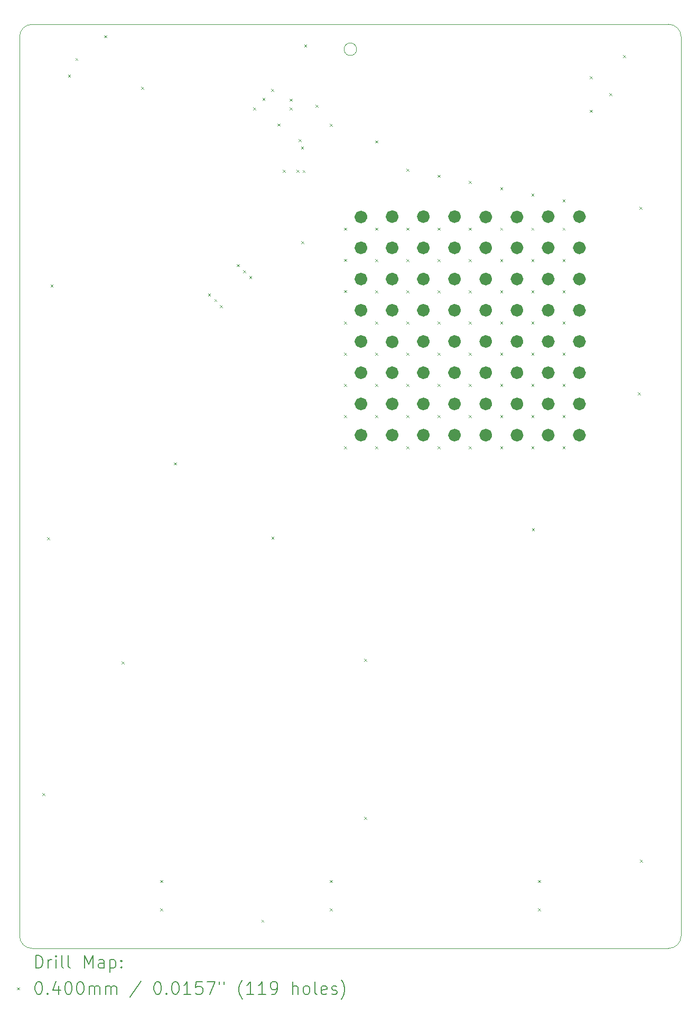
<source format=gbr>
%TF.GenerationSoftware,KiCad,Pcbnew,9.0.4*%
%TF.CreationDate,2025-09-01T02:23:11+01:00*%
%TF.ProjectId,Chirstmas-Card,43686972-7374-46d6-9173-2d436172642e,rev?*%
%TF.SameCoordinates,Original*%
%TF.FileFunction,Drillmap*%
%TF.FilePolarity,Positive*%
%FSLAX45Y45*%
G04 Gerber Fmt 4.5, Leading zero omitted, Abs format (unit mm)*
G04 Created by KiCad (PCBNEW 9.0.4) date 2025-09-01 02:23:11*
%MOMM*%
%LPD*%
G01*
G04 APERTURE LIST*
%ADD10C,0.050000*%
%ADD11C,1.050000*%
%ADD12C,0.200000*%
%ADD13C,0.100000*%
G04 APERTURE END LIST*
D10*
X4200000Y-17800000D02*
G75*
G02*
X4000000Y-17600000I0J200000D01*
G01*
X9400000Y-3400000D02*
G75*
G02*
X9200000Y-3400000I-100000J0D01*
G01*
X9200000Y-3400000D02*
G75*
G02*
X9400000Y-3400000I100000J0D01*
G01*
X4200000Y-3000000D02*
X14400000Y-3000000D01*
X4000000Y-17600000D02*
X4000000Y-3200000D01*
X14400000Y-17800000D02*
X4200000Y-17800000D01*
X14600000Y-17600000D02*
G75*
G02*
X14400000Y-17800000I-200000J0D01*
G01*
X14400000Y-3000000D02*
G75*
G02*
X14600000Y-3200000I0J-200000D01*
G01*
X14600000Y-3200000D02*
X14600000Y-17600000D01*
X4000000Y-3200000D02*
G75*
G02*
X4200000Y-3000000I200000J0D01*
G01*
D11*
X11522500Y-8580000D02*
G75*
G02*
X11417500Y-8580000I-52500J0D01*
G01*
X11417500Y-8580000D02*
G75*
G02*
X11522500Y-8580000I52500J0D01*
G01*
X10022500Y-8580000D02*
G75*
G02*
X9917500Y-8580000I-52500J0D01*
G01*
X9917500Y-8580000D02*
G75*
G02*
X10022500Y-8580000I52500J0D01*
G01*
X11522500Y-9580000D02*
G75*
G02*
X11417500Y-9580000I-52500J0D01*
G01*
X11417500Y-9580000D02*
G75*
G02*
X11522500Y-9580000I52500J0D01*
G01*
X12022500Y-8580000D02*
G75*
G02*
X11917500Y-8580000I-52500J0D01*
G01*
X11917500Y-8580000D02*
G75*
G02*
X12022500Y-8580000I52500J0D01*
G01*
X12022500Y-9080000D02*
G75*
G02*
X11917500Y-9080000I-52500J0D01*
G01*
X11917500Y-9080000D02*
G75*
G02*
X12022500Y-9080000I52500J0D01*
G01*
X11522500Y-6086250D02*
G75*
G02*
X11417500Y-6086250I-52500J0D01*
G01*
X11417500Y-6086250D02*
G75*
G02*
X11522500Y-6086250I52500J0D01*
G01*
X10522500Y-9080000D02*
G75*
G02*
X10417500Y-9080000I-52500J0D01*
G01*
X10417500Y-9080000D02*
G75*
G02*
X10522500Y-9080000I52500J0D01*
G01*
X9522500Y-7080000D02*
G75*
G02*
X9417500Y-7080000I-52500J0D01*
G01*
X9417500Y-7080000D02*
G75*
G02*
X9522500Y-7080000I52500J0D01*
G01*
X12522500Y-6080000D02*
G75*
G02*
X12417500Y-6080000I-52500J0D01*
G01*
X12417500Y-6080000D02*
G75*
G02*
X12522500Y-6080000I52500J0D01*
G01*
X11022500Y-9080000D02*
G75*
G02*
X10917500Y-9080000I-52500J0D01*
G01*
X10917500Y-9080000D02*
G75*
G02*
X11022500Y-9080000I52500J0D01*
G01*
X12522500Y-9580000D02*
G75*
G02*
X12417500Y-9580000I-52500J0D01*
G01*
X12417500Y-9580000D02*
G75*
G02*
X12522500Y-9580000I52500J0D01*
G01*
X13022500Y-8580000D02*
G75*
G02*
X12917500Y-8580000I-52500J0D01*
G01*
X12917500Y-8580000D02*
G75*
G02*
X13022500Y-8580000I52500J0D01*
G01*
X10022500Y-9080000D02*
G75*
G02*
X9917500Y-9080000I-52500J0D01*
G01*
X9917500Y-9080000D02*
G75*
G02*
X10022500Y-9080000I52500J0D01*
G01*
X12522500Y-7580000D02*
G75*
G02*
X12417500Y-7580000I-52500J0D01*
G01*
X12417500Y-7580000D02*
G75*
G02*
X12522500Y-7580000I52500J0D01*
G01*
X13022500Y-8080000D02*
G75*
G02*
X12917500Y-8080000I-52500J0D01*
G01*
X12917500Y-8080000D02*
G75*
G02*
X13022500Y-8080000I52500J0D01*
G01*
X11022500Y-6080000D02*
G75*
G02*
X10917500Y-6080000I-52500J0D01*
G01*
X10917500Y-6080000D02*
G75*
G02*
X11022500Y-6080000I52500J0D01*
G01*
X9522500Y-9080000D02*
G75*
G02*
X9417500Y-9080000I-52500J0D01*
G01*
X9417500Y-9080000D02*
G75*
G02*
X9522500Y-9080000I52500J0D01*
G01*
X10022500Y-8086250D02*
G75*
G02*
X9917500Y-8086250I-52500J0D01*
G01*
X9917500Y-8086250D02*
G75*
G02*
X10022500Y-8086250I52500J0D01*
G01*
X10522500Y-8580000D02*
G75*
G02*
X10417500Y-8580000I-52500J0D01*
G01*
X10417500Y-8580000D02*
G75*
G02*
X10522500Y-8580000I52500J0D01*
G01*
X10522500Y-6080000D02*
G75*
G02*
X10417500Y-6080000I-52500J0D01*
G01*
X10417500Y-6080000D02*
G75*
G02*
X10522500Y-6080000I52500J0D01*
G01*
X11522500Y-6580000D02*
G75*
G02*
X11417500Y-6580000I-52500J0D01*
G01*
X11417500Y-6580000D02*
G75*
G02*
X11522500Y-6580000I52500J0D01*
G01*
X11022500Y-6580000D02*
G75*
G02*
X10917500Y-6580000I-52500J0D01*
G01*
X10917500Y-6580000D02*
G75*
G02*
X11022500Y-6580000I52500J0D01*
G01*
X11022500Y-8580000D02*
G75*
G02*
X10917500Y-8580000I-52500J0D01*
G01*
X10917500Y-8580000D02*
G75*
G02*
X11022500Y-8580000I52500J0D01*
G01*
X9522500Y-7580000D02*
G75*
G02*
X9417500Y-7580000I-52500J0D01*
G01*
X9417500Y-7580000D02*
G75*
G02*
X9522500Y-7580000I52500J0D01*
G01*
X12022500Y-7080000D02*
G75*
G02*
X11917500Y-7080000I-52500J0D01*
G01*
X11917500Y-7080000D02*
G75*
G02*
X12022500Y-7080000I52500J0D01*
G01*
X9522500Y-8580000D02*
G75*
G02*
X9417500Y-8580000I-52500J0D01*
G01*
X9417500Y-8580000D02*
G75*
G02*
X9522500Y-8580000I52500J0D01*
G01*
X9522500Y-8080000D02*
G75*
G02*
X9417500Y-8080000I-52500J0D01*
G01*
X9417500Y-8080000D02*
G75*
G02*
X9522500Y-8080000I52500J0D01*
G01*
X11522500Y-8080000D02*
G75*
G02*
X11417500Y-8080000I-52500J0D01*
G01*
X11417500Y-8080000D02*
G75*
G02*
X11522500Y-8080000I52500J0D01*
G01*
X9522500Y-6580000D02*
G75*
G02*
X9417500Y-6580000I-52500J0D01*
G01*
X9417500Y-6580000D02*
G75*
G02*
X9522500Y-6580000I52500J0D01*
G01*
X10522500Y-7580000D02*
G75*
G02*
X10417500Y-7580000I-52500J0D01*
G01*
X10417500Y-7580000D02*
G75*
G02*
X10522500Y-7580000I52500J0D01*
G01*
X10022500Y-9580000D02*
G75*
G02*
X9917500Y-9580000I-52500J0D01*
G01*
X9917500Y-9580000D02*
G75*
G02*
X10022500Y-9580000I52500J0D01*
G01*
X12022500Y-9580000D02*
G75*
G02*
X11917500Y-9580000I-52500J0D01*
G01*
X11917500Y-9580000D02*
G75*
G02*
X12022500Y-9580000I52500J0D01*
G01*
X12022500Y-6086250D02*
G75*
G02*
X11917500Y-6086250I-52500J0D01*
G01*
X11917500Y-6086250D02*
G75*
G02*
X12022500Y-6086250I52500J0D01*
G01*
X12022500Y-8080000D02*
G75*
G02*
X11917500Y-8080000I-52500J0D01*
G01*
X11917500Y-8080000D02*
G75*
G02*
X12022500Y-8080000I52500J0D01*
G01*
X13022500Y-9580000D02*
G75*
G02*
X12917500Y-9580000I-52500J0D01*
G01*
X12917500Y-9580000D02*
G75*
G02*
X13022500Y-9580000I52500J0D01*
G01*
X13022500Y-6580000D02*
G75*
G02*
X12917500Y-6580000I-52500J0D01*
G01*
X12917500Y-6580000D02*
G75*
G02*
X13022500Y-6580000I52500J0D01*
G01*
X10522500Y-7080000D02*
G75*
G02*
X10417500Y-7080000I-52500J0D01*
G01*
X10417500Y-7080000D02*
G75*
G02*
X10522500Y-7080000I52500J0D01*
G01*
X10522500Y-9580000D02*
G75*
G02*
X10417500Y-9580000I-52500J0D01*
G01*
X10417500Y-9580000D02*
G75*
G02*
X10522500Y-9580000I52500J0D01*
G01*
X10022500Y-7580000D02*
G75*
G02*
X9917500Y-7580000I-52500J0D01*
G01*
X9917500Y-7580000D02*
G75*
G02*
X10022500Y-7580000I52500J0D01*
G01*
X12022500Y-7580000D02*
G75*
G02*
X11917500Y-7580000I-52500J0D01*
G01*
X11917500Y-7580000D02*
G75*
G02*
X12022500Y-7580000I52500J0D01*
G01*
X9522500Y-6086250D02*
G75*
G02*
X9417500Y-6086250I-52500J0D01*
G01*
X9417500Y-6086250D02*
G75*
G02*
X9522500Y-6086250I52500J0D01*
G01*
X12522500Y-8080000D02*
G75*
G02*
X12417500Y-8080000I-52500J0D01*
G01*
X12417500Y-8080000D02*
G75*
G02*
X12522500Y-8080000I52500J0D01*
G01*
X13022500Y-9080000D02*
G75*
G02*
X12917500Y-9080000I-52500J0D01*
G01*
X12917500Y-9080000D02*
G75*
G02*
X13022500Y-9080000I52500J0D01*
G01*
X11022500Y-9580000D02*
G75*
G02*
X10917500Y-9580000I-52500J0D01*
G01*
X10917500Y-9580000D02*
G75*
G02*
X11022500Y-9580000I52500J0D01*
G01*
X9522500Y-9580000D02*
G75*
G02*
X9417500Y-9580000I-52500J0D01*
G01*
X9417500Y-9580000D02*
G75*
G02*
X9522500Y-9580000I52500J0D01*
G01*
X13022500Y-6080000D02*
G75*
G02*
X12917500Y-6080000I-52500J0D01*
G01*
X12917500Y-6080000D02*
G75*
G02*
X13022500Y-6080000I52500J0D01*
G01*
X11522500Y-7580000D02*
G75*
G02*
X11417500Y-7580000I-52500J0D01*
G01*
X11417500Y-7580000D02*
G75*
G02*
X11522500Y-7580000I52500J0D01*
G01*
X11022500Y-7080000D02*
G75*
G02*
X10917500Y-7080000I-52500J0D01*
G01*
X10917500Y-7080000D02*
G75*
G02*
X11022500Y-7080000I52500J0D01*
G01*
X10022500Y-7080000D02*
G75*
G02*
X9917500Y-7080000I-52500J0D01*
G01*
X9917500Y-7080000D02*
G75*
G02*
X10022500Y-7080000I52500J0D01*
G01*
X12022500Y-6580000D02*
G75*
G02*
X11917500Y-6580000I-52500J0D01*
G01*
X11917500Y-6580000D02*
G75*
G02*
X12022500Y-6580000I52500J0D01*
G01*
X11022500Y-8080000D02*
G75*
G02*
X10917500Y-8080000I-52500J0D01*
G01*
X10917500Y-8080000D02*
G75*
G02*
X11022500Y-8080000I52500J0D01*
G01*
X10022500Y-6080000D02*
G75*
G02*
X9917500Y-6080000I-52500J0D01*
G01*
X9917500Y-6080000D02*
G75*
G02*
X10022500Y-6080000I52500J0D01*
G01*
X10522500Y-6580000D02*
G75*
G02*
X10417500Y-6580000I-52500J0D01*
G01*
X10417500Y-6580000D02*
G75*
G02*
X10522500Y-6580000I52500J0D01*
G01*
X10522500Y-8080000D02*
G75*
G02*
X10417500Y-8080000I-52500J0D01*
G01*
X10417500Y-8080000D02*
G75*
G02*
X10522500Y-8080000I52500J0D01*
G01*
X11522500Y-7080000D02*
G75*
G02*
X11417500Y-7080000I-52500J0D01*
G01*
X11417500Y-7080000D02*
G75*
G02*
X11522500Y-7080000I52500J0D01*
G01*
X13022500Y-7580000D02*
G75*
G02*
X12917500Y-7580000I-52500J0D01*
G01*
X12917500Y-7580000D02*
G75*
G02*
X13022500Y-7580000I52500J0D01*
G01*
X12522500Y-8580000D02*
G75*
G02*
X12417500Y-8580000I-52500J0D01*
G01*
X12417500Y-8580000D02*
G75*
G02*
X12522500Y-8580000I52500J0D01*
G01*
X12522500Y-9080000D02*
G75*
G02*
X12417500Y-9080000I-52500J0D01*
G01*
X12417500Y-9080000D02*
G75*
G02*
X12522500Y-9080000I52500J0D01*
G01*
X11022500Y-7580000D02*
G75*
G02*
X10917500Y-7580000I-52500J0D01*
G01*
X10917500Y-7580000D02*
G75*
G02*
X11022500Y-7580000I52500J0D01*
G01*
X10022500Y-6580000D02*
G75*
G02*
X9917500Y-6580000I-52500J0D01*
G01*
X9917500Y-6580000D02*
G75*
G02*
X10022500Y-6580000I52500J0D01*
G01*
X11522500Y-9080000D02*
G75*
G02*
X11417500Y-9080000I-52500J0D01*
G01*
X11417500Y-9080000D02*
G75*
G02*
X11522500Y-9080000I52500J0D01*
G01*
X13022500Y-7080000D02*
G75*
G02*
X12917500Y-7080000I-52500J0D01*
G01*
X12917500Y-7080000D02*
G75*
G02*
X13022500Y-7080000I52500J0D01*
G01*
X12522500Y-7080000D02*
G75*
G02*
X12417500Y-7080000I-52500J0D01*
G01*
X12417500Y-7080000D02*
G75*
G02*
X12522500Y-7080000I52500J0D01*
G01*
X12522500Y-6580000D02*
G75*
G02*
X12417500Y-6580000I-52500J0D01*
G01*
X12417500Y-6580000D02*
G75*
G02*
X12522500Y-6580000I52500J0D01*
G01*
D12*
D13*
X4365000Y-15315000D02*
X4405000Y-15355000D01*
X4405000Y-15315000D02*
X4365000Y-15355000D01*
X4440000Y-11215000D02*
X4480000Y-11255000D01*
X4480000Y-11215000D02*
X4440000Y-11255000D01*
X4495000Y-7165000D02*
X4535000Y-7205000D01*
X4535000Y-7165000D02*
X4495000Y-7205000D01*
X4775000Y-3805000D02*
X4815000Y-3845000D01*
X4815000Y-3805000D02*
X4775000Y-3845000D01*
X4895000Y-3540000D02*
X4935000Y-3580000D01*
X4935000Y-3540000D02*
X4895000Y-3580000D01*
X5355000Y-3175000D02*
X5395000Y-3215000D01*
X5395000Y-3175000D02*
X5355000Y-3215000D01*
X5635000Y-13205000D02*
X5675000Y-13245000D01*
X5675000Y-13205000D02*
X5635000Y-13245000D01*
X5950000Y-4000000D02*
X5990000Y-4040000D01*
X5990000Y-4000000D02*
X5950000Y-4040000D01*
X6250000Y-16705000D02*
X6290000Y-16745000D01*
X6290000Y-16705000D02*
X6250000Y-16745000D01*
X6250000Y-17155000D02*
X6290000Y-17195000D01*
X6290000Y-17155000D02*
X6250000Y-17195000D01*
X6475000Y-10015000D02*
X6515000Y-10055000D01*
X6515000Y-10015000D02*
X6475000Y-10055000D01*
X7020000Y-7310000D02*
X7060000Y-7350000D01*
X7060000Y-7310000D02*
X7020000Y-7350000D01*
X7120000Y-7400000D02*
X7160000Y-7440000D01*
X7160000Y-7400000D02*
X7120000Y-7440000D01*
X7210000Y-7500000D02*
X7250000Y-7540000D01*
X7250000Y-7500000D02*
X7210000Y-7540000D01*
X7480000Y-6840000D02*
X7520000Y-6880000D01*
X7520000Y-6840000D02*
X7480000Y-6880000D01*
X7580000Y-6940000D02*
X7620000Y-6980000D01*
X7620000Y-6940000D02*
X7580000Y-6980000D01*
X7680000Y-7030000D02*
X7720000Y-7070000D01*
X7720000Y-7030000D02*
X7680000Y-7070000D01*
X7740000Y-4330000D02*
X7780000Y-4370000D01*
X7780000Y-4330000D02*
X7740000Y-4370000D01*
X7875000Y-17340000D02*
X7915000Y-17380000D01*
X7915000Y-17340000D02*
X7875000Y-17380000D01*
X7890000Y-4180000D02*
X7930000Y-4220000D01*
X7930000Y-4180000D02*
X7890000Y-4220000D01*
X8030000Y-4035000D02*
X8070000Y-4075000D01*
X8070000Y-4035000D02*
X8030000Y-4075000D01*
X8035000Y-11205000D02*
X8075000Y-11245000D01*
X8075000Y-11205000D02*
X8035000Y-11245000D01*
X8130000Y-4590000D02*
X8170000Y-4630000D01*
X8170000Y-4590000D02*
X8130000Y-4630000D01*
X8220000Y-5330000D02*
X8260000Y-5370000D01*
X8260000Y-5330000D02*
X8220000Y-5370000D01*
X8330000Y-4190000D02*
X8370000Y-4230000D01*
X8370000Y-4190000D02*
X8330000Y-4230000D01*
X8330000Y-4330000D02*
X8370000Y-4370000D01*
X8370000Y-4330000D02*
X8330000Y-4370000D01*
X8435000Y-5330000D02*
X8475000Y-5370000D01*
X8475000Y-5330000D02*
X8435000Y-5370000D01*
X8470000Y-4840000D02*
X8510000Y-4880000D01*
X8510000Y-4840000D02*
X8470000Y-4880000D01*
X8510000Y-4960000D02*
X8550000Y-5000000D01*
X8550000Y-4960000D02*
X8510000Y-5000000D01*
X8515000Y-6475000D02*
X8555000Y-6515000D01*
X8555000Y-6475000D02*
X8515000Y-6515000D01*
X8535000Y-5335000D02*
X8575000Y-5375000D01*
X8575000Y-5335000D02*
X8535000Y-5375000D01*
X8560000Y-3325000D02*
X8600000Y-3365000D01*
X8600000Y-3325000D02*
X8560000Y-3365000D01*
X8745000Y-4290000D02*
X8785000Y-4330000D01*
X8785000Y-4290000D02*
X8745000Y-4330000D01*
X8970000Y-4595000D02*
X9010000Y-4635000D01*
X9010000Y-4595000D02*
X8970000Y-4635000D01*
X8970000Y-17155000D02*
X9010000Y-17195000D01*
X9010000Y-17155000D02*
X8970000Y-17195000D01*
X8972500Y-16705000D02*
X9012500Y-16745000D01*
X9012500Y-16705000D02*
X8972500Y-16745000D01*
X9200000Y-6257120D02*
X9240000Y-6297120D01*
X9240000Y-6257120D02*
X9200000Y-6297120D01*
X9200000Y-6757120D02*
X9240000Y-6797120D01*
X9240000Y-6757120D02*
X9200000Y-6797120D01*
X9200000Y-7257120D02*
X9240000Y-7297120D01*
X9240000Y-7257120D02*
X9200000Y-7297120D01*
X9200000Y-7757120D02*
X9240000Y-7797120D01*
X9240000Y-7757120D02*
X9200000Y-7797120D01*
X9200000Y-8257120D02*
X9240000Y-8297120D01*
X9240000Y-8257120D02*
X9200000Y-8297120D01*
X9200000Y-8757120D02*
X9240000Y-8797120D01*
X9240000Y-8757120D02*
X9200000Y-8797120D01*
X9200000Y-9257120D02*
X9240000Y-9297120D01*
X9240000Y-9257120D02*
X9200000Y-9297120D01*
X9200000Y-9757120D02*
X9240000Y-9797120D01*
X9240000Y-9757120D02*
X9200000Y-9797120D01*
X9520000Y-13160000D02*
X9560000Y-13200000D01*
X9560000Y-13160000D02*
X9520000Y-13200000D01*
X9520000Y-15695000D02*
X9560000Y-15735000D01*
X9560000Y-15695000D02*
X9520000Y-15735000D01*
X9700000Y-4860000D02*
X9740000Y-4900000D01*
X9740000Y-4860000D02*
X9700000Y-4900000D01*
X9700000Y-6257120D02*
X9740000Y-6297120D01*
X9740000Y-6257120D02*
X9700000Y-6297120D01*
X9700000Y-6760000D02*
X9740000Y-6800000D01*
X9740000Y-6760000D02*
X9700000Y-6800000D01*
X9700000Y-7260000D02*
X9740000Y-7300000D01*
X9740000Y-7260000D02*
X9700000Y-7300000D01*
X9700000Y-7760000D02*
X9740000Y-7800000D01*
X9740000Y-7760000D02*
X9700000Y-7800000D01*
X9700000Y-8260000D02*
X9740000Y-8300000D01*
X9740000Y-8260000D02*
X9700000Y-8300000D01*
X9700000Y-8760000D02*
X9740000Y-8800000D01*
X9740000Y-8760000D02*
X9700000Y-8800000D01*
X9700000Y-9260000D02*
X9740000Y-9300000D01*
X9740000Y-9260000D02*
X9700000Y-9300000D01*
X9700000Y-9760000D02*
X9740000Y-9800000D01*
X9740000Y-9760000D02*
X9700000Y-9800000D01*
X10200000Y-5310000D02*
X10240000Y-5350000D01*
X10240000Y-5310000D02*
X10200000Y-5350000D01*
X10200000Y-6257120D02*
X10240000Y-6297120D01*
X10240000Y-6257120D02*
X10200000Y-6297120D01*
X10200000Y-6760000D02*
X10240000Y-6800000D01*
X10240000Y-6760000D02*
X10200000Y-6800000D01*
X10200000Y-7260000D02*
X10240000Y-7300000D01*
X10240000Y-7260000D02*
X10200000Y-7300000D01*
X10200000Y-7760000D02*
X10240000Y-7800000D01*
X10240000Y-7760000D02*
X10200000Y-7800000D01*
X10200000Y-8260000D02*
X10240000Y-8300000D01*
X10240000Y-8260000D02*
X10200000Y-8300000D01*
X10200000Y-8760000D02*
X10240000Y-8800000D01*
X10240000Y-8760000D02*
X10200000Y-8800000D01*
X10200000Y-9260000D02*
X10240000Y-9300000D01*
X10240000Y-9260000D02*
X10200000Y-9300000D01*
X10200000Y-9760000D02*
X10240000Y-9800000D01*
X10240000Y-9760000D02*
X10200000Y-9800000D01*
X10700000Y-5410000D02*
X10740000Y-5450000D01*
X10740000Y-5410000D02*
X10700000Y-5450000D01*
X10700000Y-6257120D02*
X10740000Y-6297120D01*
X10740000Y-6257120D02*
X10700000Y-6297120D01*
X10700000Y-6760000D02*
X10740000Y-6800000D01*
X10740000Y-6760000D02*
X10700000Y-6800000D01*
X10700000Y-7260000D02*
X10740000Y-7300000D01*
X10740000Y-7260000D02*
X10700000Y-7300000D01*
X10700000Y-7760000D02*
X10740000Y-7800000D01*
X10740000Y-7760000D02*
X10700000Y-7800000D01*
X10700000Y-8260000D02*
X10740000Y-8300000D01*
X10740000Y-8260000D02*
X10700000Y-8300000D01*
X10700000Y-8760000D02*
X10740000Y-8800000D01*
X10740000Y-8760000D02*
X10700000Y-8800000D01*
X10700000Y-9260000D02*
X10740000Y-9300000D01*
X10740000Y-9260000D02*
X10700000Y-9300000D01*
X10700000Y-9760000D02*
X10740000Y-9800000D01*
X10740000Y-9760000D02*
X10700000Y-9800000D01*
X11200000Y-5510000D02*
X11240000Y-5550000D01*
X11240000Y-5510000D02*
X11200000Y-5550000D01*
X11200000Y-6257120D02*
X11240000Y-6297120D01*
X11240000Y-6257120D02*
X11200000Y-6297120D01*
X11200000Y-6760000D02*
X11240000Y-6800000D01*
X11240000Y-6760000D02*
X11200000Y-6800000D01*
X11200000Y-7260000D02*
X11240000Y-7300000D01*
X11240000Y-7260000D02*
X11200000Y-7300000D01*
X11200000Y-7760000D02*
X11240000Y-7800000D01*
X11240000Y-7760000D02*
X11200000Y-7800000D01*
X11200000Y-8260000D02*
X11240000Y-8300000D01*
X11240000Y-8260000D02*
X11200000Y-8300000D01*
X11200000Y-8760000D02*
X11240000Y-8800000D01*
X11240000Y-8760000D02*
X11200000Y-8800000D01*
X11200000Y-9260000D02*
X11240000Y-9300000D01*
X11240000Y-9260000D02*
X11200000Y-9300000D01*
X11200000Y-9760000D02*
X11240000Y-9800000D01*
X11240000Y-9760000D02*
X11200000Y-9800000D01*
X11700000Y-5610000D02*
X11740000Y-5650000D01*
X11740000Y-5610000D02*
X11700000Y-5650000D01*
X11700000Y-6257120D02*
X11740000Y-6297120D01*
X11740000Y-6257120D02*
X11700000Y-6297120D01*
X11700000Y-6760000D02*
X11740000Y-6800000D01*
X11740000Y-6760000D02*
X11700000Y-6800000D01*
X11700000Y-7260000D02*
X11740000Y-7300000D01*
X11740000Y-7260000D02*
X11700000Y-7300000D01*
X11700000Y-7760000D02*
X11740000Y-7800000D01*
X11740000Y-7760000D02*
X11700000Y-7800000D01*
X11700000Y-8260000D02*
X11740000Y-8300000D01*
X11740000Y-8260000D02*
X11700000Y-8300000D01*
X11700000Y-8760000D02*
X11740000Y-8800000D01*
X11740000Y-8760000D02*
X11700000Y-8800000D01*
X11700000Y-9260000D02*
X11740000Y-9300000D01*
X11740000Y-9260000D02*
X11700000Y-9300000D01*
X11700000Y-9760000D02*
X11740000Y-9800000D01*
X11740000Y-9760000D02*
X11700000Y-9800000D01*
X12200000Y-5710000D02*
X12240000Y-5750000D01*
X12240000Y-5710000D02*
X12200000Y-5750000D01*
X12200000Y-6257120D02*
X12240000Y-6297120D01*
X12240000Y-6257120D02*
X12200000Y-6297120D01*
X12200000Y-6760000D02*
X12240000Y-6800000D01*
X12240000Y-6760000D02*
X12200000Y-6800000D01*
X12200000Y-7260000D02*
X12240000Y-7300000D01*
X12240000Y-7260000D02*
X12200000Y-7300000D01*
X12200000Y-7760000D02*
X12240000Y-7800000D01*
X12240000Y-7760000D02*
X12200000Y-7800000D01*
X12200000Y-8260000D02*
X12240000Y-8300000D01*
X12240000Y-8260000D02*
X12200000Y-8300000D01*
X12200000Y-8760000D02*
X12240000Y-8800000D01*
X12240000Y-8760000D02*
X12200000Y-8800000D01*
X12200000Y-9260000D02*
X12240000Y-9300000D01*
X12240000Y-9260000D02*
X12200000Y-9300000D01*
X12200000Y-9760000D02*
X12240000Y-9800000D01*
X12240000Y-9760000D02*
X12200000Y-9800000D01*
X12210000Y-11070000D02*
X12250000Y-11110000D01*
X12250000Y-11070000D02*
X12210000Y-11110000D01*
X12305000Y-16705000D02*
X12345000Y-16745000D01*
X12345000Y-16705000D02*
X12305000Y-16745000D01*
X12305000Y-17155000D02*
X12345000Y-17195000D01*
X12345000Y-17155000D02*
X12305000Y-17195000D01*
X12700000Y-5805000D02*
X12740000Y-5845000D01*
X12740000Y-5805000D02*
X12700000Y-5845000D01*
X12700000Y-6257120D02*
X12740000Y-6297120D01*
X12740000Y-6257120D02*
X12700000Y-6297120D01*
X12700000Y-6760000D02*
X12740000Y-6800000D01*
X12740000Y-6760000D02*
X12700000Y-6800000D01*
X12700000Y-7260000D02*
X12740000Y-7300000D01*
X12740000Y-7260000D02*
X12700000Y-7300000D01*
X12700000Y-7760000D02*
X12740000Y-7800000D01*
X12740000Y-7760000D02*
X12700000Y-7800000D01*
X12700000Y-8260000D02*
X12740000Y-8300000D01*
X12740000Y-8260000D02*
X12700000Y-8300000D01*
X12700000Y-8760000D02*
X12740000Y-8800000D01*
X12740000Y-8760000D02*
X12700000Y-8800000D01*
X12700000Y-9260000D02*
X12740000Y-9300000D01*
X12740000Y-9260000D02*
X12700000Y-9300000D01*
X12700000Y-9760000D02*
X12740000Y-9800000D01*
X12740000Y-9760000D02*
X12700000Y-9800000D01*
X13137500Y-4370000D02*
X13177500Y-4410000D01*
X13177500Y-4370000D02*
X13137500Y-4410000D01*
X13138500Y-3830000D02*
X13178500Y-3870000D01*
X13178500Y-3830000D02*
X13138500Y-3870000D01*
X13450000Y-4100000D02*
X13490000Y-4140000D01*
X13490000Y-4100000D02*
X13450000Y-4140000D01*
X13670000Y-3495000D02*
X13710000Y-3535000D01*
X13710000Y-3495000D02*
X13670000Y-3535000D01*
X13906302Y-8893992D02*
X13946302Y-8933992D01*
X13946302Y-8893992D02*
X13906302Y-8933992D01*
X13935000Y-5920000D02*
X13975000Y-5960000D01*
X13975000Y-5920000D02*
X13935000Y-5960000D01*
X13940000Y-16380000D02*
X13980000Y-16420000D01*
X13980000Y-16380000D02*
X13940000Y-16420000D01*
D12*
X4258277Y-18113984D02*
X4258277Y-17913984D01*
X4258277Y-17913984D02*
X4305896Y-17913984D01*
X4305896Y-17913984D02*
X4334467Y-17923508D01*
X4334467Y-17923508D02*
X4353515Y-17942555D01*
X4353515Y-17942555D02*
X4363039Y-17961603D01*
X4363039Y-17961603D02*
X4372563Y-17999698D01*
X4372563Y-17999698D02*
X4372563Y-18028270D01*
X4372563Y-18028270D02*
X4363039Y-18066365D01*
X4363039Y-18066365D02*
X4353515Y-18085412D01*
X4353515Y-18085412D02*
X4334467Y-18104460D01*
X4334467Y-18104460D02*
X4305896Y-18113984D01*
X4305896Y-18113984D02*
X4258277Y-18113984D01*
X4458277Y-18113984D02*
X4458277Y-17980650D01*
X4458277Y-18018746D02*
X4467801Y-17999698D01*
X4467801Y-17999698D02*
X4477324Y-17990174D01*
X4477324Y-17990174D02*
X4496372Y-17980650D01*
X4496372Y-17980650D02*
X4515420Y-17980650D01*
X4582086Y-18113984D02*
X4582086Y-17980650D01*
X4582086Y-17913984D02*
X4572563Y-17923508D01*
X4572563Y-17923508D02*
X4582086Y-17933031D01*
X4582086Y-17933031D02*
X4591610Y-17923508D01*
X4591610Y-17923508D02*
X4582086Y-17913984D01*
X4582086Y-17913984D02*
X4582086Y-17933031D01*
X4705896Y-18113984D02*
X4686848Y-18104460D01*
X4686848Y-18104460D02*
X4677324Y-18085412D01*
X4677324Y-18085412D02*
X4677324Y-17913984D01*
X4810658Y-18113984D02*
X4791610Y-18104460D01*
X4791610Y-18104460D02*
X4782086Y-18085412D01*
X4782086Y-18085412D02*
X4782086Y-17913984D01*
X5039229Y-18113984D02*
X5039229Y-17913984D01*
X5039229Y-17913984D02*
X5105896Y-18056841D01*
X5105896Y-18056841D02*
X5172563Y-17913984D01*
X5172563Y-17913984D02*
X5172563Y-18113984D01*
X5353515Y-18113984D02*
X5353515Y-18009222D01*
X5353515Y-18009222D02*
X5343991Y-17990174D01*
X5343991Y-17990174D02*
X5324944Y-17980650D01*
X5324944Y-17980650D02*
X5286848Y-17980650D01*
X5286848Y-17980650D02*
X5267801Y-17990174D01*
X5353515Y-18104460D02*
X5334467Y-18113984D01*
X5334467Y-18113984D02*
X5286848Y-18113984D01*
X5286848Y-18113984D02*
X5267801Y-18104460D01*
X5267801Y-18104460D02*
X5258277Y-18085412D01*
X5258277Y-18085412D02*
X5258277Y-18066365D01*
X5258277Y-18066365D02*
X5267801Y-18047317D01*
X5267801Y-18047317D02*
X5286848Y-18037793D01*
X5286848Y-18037793D02*
X5334467Y-18037793D01*
X5334467Y-18037793D02*
X5353515Y-18028270D01*
X5448753Y-17980650D02*
X5448753Y-18180650D01*
X5448753Y-17990174D02*
X5467801Y-17980650D01*
X5467801Y-17980650D02*
X5505896Y-17980650D01*
X5505896Y-17980650D02*
X5524944Y-17990174D01*
X5524944Y-17990174D02*
X5534467Y-17999698D01*
X5534467Y-17999698D02*
X5543991Y-18018746D01*
X5543991Y-18018746D02*
X5543991Y-18075889D01*
X5543991Y-18075889D02*
X5534467Y-18094936D01*
X5534467Y-18094936D02*
X5524944Y-18104460D01*
X5524944Y-18104460D02*
X5505896Y-18113984D01*
X5505896Y-18113984D02*
X5467801Y-18113984D01*
X5467801Y-18113984D02*
X5448753Y-18104460D01*
X5629705Y-18094936D02*
X5639229Y-18104460D01*
X5639229Y-18104460D02*
X5629705Y-18113984D01*
X5629705Y-18113984D02*
X5620182Y-18104460D01*
X5620182Y-18104460D02*
X5629705Y-18094936D01*
X5629705Y-18094936D02*
X5629705Y-18113984D01*
X5629705Y-17990174D02*
X5639229Y-17999698D01*
X5639229Y-17999698D02*
X5629705Y-18009222D01*
X5629705Y-18009222D02*
X5620182Y-17999698D01*
X5620182Y-17999698D02*
X5629705Y-17990174D01*
X5629705Y-17990174D02*
X5629705Y-18009222D01*
D13*
X3957500Y-18422500D02*
X3997500Y-18462500D01*
X3997500Y-18422500D02*
X3957500Y-18462500D01*
D12*
X4296372Y-18333984D02*
X4315420Y-18333984D01*
X4315420Y-18333984D02*
X4334467Y-18343508D01*
X4334467Y-18343508D02*
X4343991Y-18353031D01*
X4343991Y-18353031D02*
X4353515Y-18372079D01*
X4353515Y-18372079D02*
X4363039Y-18410174D01*
X4363039Y-18410174D02*
X4363039Y-18457793D01*
X4363039Y-18457793D02*
X4353515Y-18495889D01*
X4353515Y-18495889D02*
X4343991Y-18514936D01*
X4343991Y-18514936D02*
X4334467Y-18524460D01*
X4334467Y-18524460D02*
X4315420Y-18533984D01*
X4315420Y-18533984D02*
X4296372Y-18533984D01*
X4296372Y-18533984D02*
X4277324Y-18524460D01*
X4277324Y-18524460D02*
X4267801Y-18514936D01*
X4267801Y-18514936D02*
X4258277Y-18495889D01*
X4258277Y-18495889D02*
X4248753Y-18457793D01*
X4248753Y-18457793D02*
X4248753Y-18410174D01*
X4248753Y-18410174D02*
X4258277Y-18372079D01*
X4258277Y-18372079D02*
X4267801Y-18353031D01*
X4267801Y-18353031D02*
X4277324Y-18343508D01*
X4277324Y-18343508D02*
X4296372Y-18333984D01*
X4448753Y-18514936D02*
X4458277Y-18524460D01*
X4458277Y-18524460D02*
X4448753Y-18533984D01*
X4448753Y-18533984D02*
X4439229Y-18524460D01*
X4439229Y-18524460D02*
X4448753Y-18514936D01*
X4448753Y-18514936D02*
X4448753Y-18533984D01*
X4629705Y-18400650D02*
X4629705Y-18533984D01*
X4582086Y-18324460D02*
X4534467Y-18467317D01*
X4534467Y-18467317D02*
X4658277Y-18467317D01*
X4772563Y-18333984D02*
X4791610Y-18333984D01*
X4791610Y-18333984D02*
X4810658Y-18343508D01*
X4810658Y-18343508D02*
X4820182Y-18353031D01*
X4820182Y-18353031D02*
X4829705Y-18372079D01*
X4829705Y-18372079D02*
X4839229Y-18410174D01*
X4839229Y-18410174D02*
X4839229Y-18457793D01*
X4839229Y-18457793D02*
X4829705Y-18495889D01*
X4829705Y-18495889D02*
X4820182Y-18514936D01*
X4820182Y-18514936D02*
X4810658Y-18524460D01*
X4810658Y-18524460D02*
X4791610Y-18533984D01*
X4791610Y-18533984D02*
X4772563Y-18533984D01*
X4772563Y-18533984D02*
X4753515Y-18524460D01*
X4753515Y-18524460D02*
X4743991Y-18514936D01*
X4743991Y-18514936D02*
X4734467Y-18495889D01*
X4734467Y-18495889D02*
X4724944Y-18457793D01*
X4724944Y-18457793D02*
X4724944Y-18410174D01*
X4724944Y-18410174D02*
X4734467Y-18372079D01*
X4734467Y-18372079D02*
X4743991Y-18353031D01*
X4743991Y-18353031D02*
X4753515Y-18343508D01*
X4753515Y-18343508D02*
X4772563Y-18333984D01*
X4963039Y-18333984D02*
X4982086Y-18333984D01*
X4982086Y-18333984D02*
X5001134Y-18343508D01*
X5001134Y-18343508D02*
X5010658Y-18353031D01*
X5010658Y-18353031D02*
X5020182Y-18372079D01*
X5020182Y-18372079D02*
X5029705Y-18410174D01*
X5029705Y-18410174D02*
X5029705Y-18457793D01*
X5029705Y-18457793D02*
X5020182Y-18495889D01*
X5020182Y-18495889D02*
X5010658Y-18514936D01*
X5010658Y-18514936D02*
X5001134Y-18524460D01*
X5001134Y-18524460D02*
X4982086Y-18533984D01*
X4982086Y-18533984D02*
X4963039Y-18533984D01*
X4963039Y-18533984D02*
X4943991Y-18524460D01*
X4943991Y-18524460D02*
X4934467Y-18514936D01*
X4934467Y-18514936D02*
X4924944Y-18495889D01*
X4924944Y-18495889D02*
X4915420Y-18457793D01*
X4915420Y-18457793D02*
X4915420Y-18410174D01*
X4915420Y-18410174D02*
X4924944Y-18372079D01*
X4924944Y-18372079D02*
X4934467Y-18353031D01*
X4934467Y-18353031D02*
X4943991Y-18343508D01*
X4943991Y-18343508D02*
X4963039Y-18333984D01*
X5115420Y-18533984D02*
X5115420Y-18400650D01*
X5115420Y-18419698D02*
X5124944Y-18410174D01*
X5124944Y-18410174D02*
X5143991Y-18400650D01*
X5143991Y-18400650D02*
X5172563Y-18400650D01*
X5172563Y-18400650D02*
X5191610Y-18410174D01*
X5191610Y-18410174D02*
X5201134Y-18429222D01*
X5201134Y-18429222D02*
X5201134Y-18533984D01*
X5201134Y-18429222D02*
X5210658Y-18410174D01*
X5210658Y-18410174D02*
X5229705Y-18400650D01*
X5229705Y-18400650D02*
X5258277Y-18400650D01*
X5258277Y-18400650D02*
X5277325Y-18410174D01*
X5277325Y-18410174D02*
X5286848Y-18429222D01*
X5286848Y-18429222D02*
X5286848Y-18533984D01*
X5382086Y-18533984D02*
X5382086Y-18400650D01*
X5382086Y-18419698D02*
X5391610Y-18410174D01*
X5391610Y-18410174D02*
X5410658Y-18400650D01*
X5410658Y-18400650D02*
X5439229Y-18400650D01*
X5439229Y-18400650D02*
X5458277Y-18410174D01*
X5458277Y-18410174D02*
X5467801Y-18429222D01*
X5467801Y-18429222D02*
X5467801Y-18533984D01*
X5467801Y-18429222D02*
X5477325Y-18410174D01*
X5477325Y-18410174D02*
X5496372Y-18400650D01*
X5496372Y-18400650D02*
X5524944Y-18400650D01*
X5524944Y-18400650D02*
X5543991Y-18410174D01*
X5543991Y-18410174D02*
X5553515Y-18429222D01*
X5553515Y-18429222D02*
X5553515Y-18533984D01*
X5943991Y-18324460D02*
X5772563Y-18581603D01*
X6201134Y-18333984D02*
X6220182Y-18333984D01*
X6220182Y-18333984D02*
X6239229Y-18343508D01*
X6239229Y-18343508D02*
X6248753Y-18353031D01*
X6248753Y-18353031D02*
X6258277Y-18372079D01*
X6258277Y-18372079D02*
X6267801Y-18410174D01*
X6267801Y-18410174D02*
X6267801Y-18457793D01*
X6267801Y-18457793D02*
X6258277Y-18495889D01*
X6258277Y-18495889D02*
X6248753Y-18514936D01*
X6248753Y-18514936D02*
X6239229Y-18524460D01*
X6239229Y-18524460D02*
X6220182Y-18533984D01*
X6220182Y-18533984D02*
X6201134Y-18533984D01*
X6201134Y-18533984D02*
X6182086Y-18524460D01*
X6182086Y-18524460D02*
X6172563Y-18514936D01*
X6172563Y-18514936D02*
X6163039Y-18495889D01*
X6163039Y-18495889D02*
X6153515Y-18457793D01*
X6153515Y-18457793D02*
X6153515Y-18410174D01*
X6153515Y-18410174D02*
X6163039Y-18372079D01*
X6163039Y-18372079D02*
X6172563Y-18353031D01*
X6172563Y-18353031D02*
X6182086Y-18343508D01*
X6182086Y-18343508D02*
X6201134Y-18333984D01*
X6353515Y-18514936D02*
X6363039Y-18524460D01*
X6363039Y-18524460D02*
X6353515Y-18533984D01*
X6353515Y-18533984D02*
X6343991Y-18524460D01*
X6343991Y-18524460D02*
X6353515Y-18514936D01*
X6353515Y-18514936D02*
X6353515Y-18533984D01*
X6486848Y-18333984D02*
X6505896Y-18333984D01*
X6505896Y-18333984D02*
X6524944Y-18343508D01*
X6524944Y-18343508D02*
X6534467Y-18353031D01*
X6534467Y-18353031D02*
X6543991Y-18372079D01*
X6543991Y-18372079D02*
X6553515Y-18410174D01*
X6553515Y-18410174D02*
X6553515Y-18457793D01*
X6553515Y-18457793D02*
X6543991Y-18495889D01*
X6543991Y-18495889D02*
X6534467Y-18514936D01*
X6534467Y-18514936D02*
X6524944Y-18524460D01*
X6524944Y-18524460D02*
X6505896Y-18533984D01*
X6505896Y-18533984D02*
X6486848Y-18533984D01*
X6486848Y-18533984D02*
X6467801Y-18524460D01*
X6467801Y-18524460D02*
X6458277Y-18514936D01*
X6458277Y-18514936D02*
X6448753Y-18495889D01*
X6448753Y-18495889D02*
X6439229Y-18457793D01*
X6439229Y-18457793D02*
X6439229Y-18410174D01*
X6439229Y-18410174D02*
X6448753Y-18372079D01*
X6448753Y-18372079D02*
X6458277Y-18353031D01*
X6458277Y-18353031D02*
X6467801Y-18343508D01*
X6467801Y-18343508D02*
X6486848Y-18333984D01*
X6743991Y-18533984D02*
X6629706Y-18533984D01*
X6686848Y-18533984D02*
X6686848Y-18333984D01*
X6686848Y-18333984D02*
X6667801Y-18362555D01*
X6667801Y-18362555D02*
X6648753Y-18381603D01*
X6648753Y-18381603D02*
X6629706Y-18391127D01*
X6924944Y-18333984D02*
X6829706Y-18333984D01*
X6829706Y-18333984D02*
X6820182Y-18429222D01*
X6820182Y-18429222D02*
X6829706Y-18419698D01*
X6829706Y-18419698D02*
X6848753Y-18410174D01*
X6848753Y-18410174D02*
X6896372Y-18410174D01*
X6896372Y-18410174D02*
X6915420Y-18419698D01*
X6915420Y-18419698D02*
X6924944Y-18429222D01*
X6924944Y-18429222D02*
X6934467Y-18448270D01*
X6934467Y-18448270D02*
X6934467Y-18495889D01*
X6934467Y-18495889D02*
X6924944Y-18514936D01*
X6924944Y-18514936D02*
X6915420Y-18524460D01*
X6915420Y-18524460D02*
X6896372Y-18533984D01*
X6896372Y-18533984D02*
X6848753Y-18533984D01*
X6848753Y-18533984D02*
X6829706Y-18524460D01*
X6829706Y-18524460D02*
X6820182Y-18514936D01*
X7001134Y-18333984D02*
X7134467Y-18333984D01*
X7134467Y-18333984D02*
X7048753Y-18533984D01*
X7201134Y-18333984D02*
X7201134Y-18372079D01*
X7277325Y-18333984D02*
X7277325Y-18372079D01*
X7572563Y-18610174D02*
X7563039Y-18600650D01*
X7563039Y-18600650D02*
X7543991Y-18572079D01*
X7543991Y-18572079D02*
X7534468Y-18553031D01*
X7534468Y-18553031D02*
X7524944Y-18524460D01*
X7524944Y-18524460D02*
X7515420Y-18476841D01*
X7515420Y-18476841D02*
X7515420Y-18438746D01*
X7515420Y-18438746D02*
X7524944Y-18391127D01*
X7524944Y-18391127D02*
X7534468Y-18362555D01*
X7534468Y-18362555D02*
X7543991Y-18343508D01*
X7543991Y-18343508D02*
X7563039Y-18314936D01*
X7563039Y-18314936D02*
X7572563Y-18305412D01*
X7753515Y-18533984D02*
X7639229Y-18533984D01*
X7696372Y-18533984D02*
X7696372Y-18333984D01*
X7696372Y-18333984D02*
X7677325Y-18362555D01*
X7677325Y-18362555D02*
X7658277Y-18381603D01*
X7658277Y-18381603D02*
X7639229Y-18391127D01*
X7943991Y-18533984D02*
X7829706Y-18533984D01*
X7886848Y-18533984D02*
X7886848Y-18333984D01*
X7886848Y-18333984D02*
X7867801Y-18362555D01*
X7867801Y-18362555D02*
X7848753Y-18381603D01*
X7848753Y-18381603D02*
X7829706Y-18391127D01*
X8039229Y-18533984D02*
X8077325Y-18533984D01*
X8077325Y-18533984D02*
X8096372Y-18524460D01*
X8096372Y-18524460D02*
X8105896Y-18514936D01*
X8105896Y-18514936D02*
X8124944Y-18486365D01*
X8124944Y-18486365D02*
X8134468Y-18448270D01*
X8134468Y-18448270D02*
X8134468Y-18372079D01*
X8134468Y-18372079D02*
X8124944Y-18353031D01*
X8124944Y-18353031D02*
X8115420Y-18343508D01*
X8115420Y-18343508D02*
X8096372Y-18333984D01*
X8096372Y-18333984D02*
X8058277Y-18333984D01*
X8058277Y-18333984D02*
X8039229Y-18343508D01*
X8039229Y-18343508D02*
X8029706Y-18353031D01*
X8029706Y-18353031D02*
X8020182Y-18372079D01*
X8020182Y-18372079D02*
X8020182Y-18419698D01*
X8020182Y-18419698D02*
X8029706Y-18438746D01*
X8029706Y-18438746D02*
X8039229Y-18448270D01*
X8039229Y-18448270D02*
X8058277Y-18457793D01*
X8058277Y-18457793D02*
X8096372Y-18457793D01*
X8096372Y-18457793D02*
X8115420Y-18448270D01*
X8115420Y-18448270D02*
X8124944Y-18438746D01*
X8124944Y-18438746D02*
X8134468Y-18419698D01*
X8372563Y-18533984D02*
X8372563Y-18333984D01*
X8458277Y-18533984D02*
X8458277Y-18429222D01*
X8458277Y-18429222D02*
X8448753Y-18410174D01*
X8448753Y-18410174D02*
X8429706Y-18400650D01*
X8429706Y-18400650D02*
X8401134Y-18400650D01*
X8401134Y-18400650D02*
X8382087Y-18410174D01*
X8382087Y-18410174D02*
X8372563Y-18419698D01*
X8582087Y-18533984D02*
X8563039Y-18524460D01*
X8563039Y-18524460D02*
X8553515Y-18514936D01*
X8553515Y-18514936D02*
X8543992Y-18495889D01*
X8543992Y-18495889D02*
X8543992Y-18438746D01*
X8543992Y-18438746D02*
X8553515Y-18419698D01*
X8553515Y-18419698D02*
X8563039Y-18410174D01*
X8563039Y-18410174D02*
X8582087Y-18400650D01*
X8582087Y-18400650D02*
X8610658Y-18400650D01*
X8610658Y-18400650D02*
X8629706Y-18410174D01*
X8629706Y-18410174D02*
X8639230Y-18419698D01*
X8639230Y-18419698D02*
X8648753Y-18438746D01*
X8648753Y-18438746D02*
X8648753Y-18495889D01*
X8648753Y-18495889D02*
X8639230Y-18514936D01*
X8639230Y-18514936D02*
X8629706Y-18524460D01*
X8629706Y-18524460D02*
X8610658Y-18533984D01*
X8610658Y-18533984D02*
X8582087Y-18533984D01*
X8763039Y-18533984D02*
X8743992Y-18524460D01*
X8743992Y-18524460D02*
X8734468Y-18505412D01*
X8734468Y-18505412D02*
X8734468Y-18333984D01*
X8915420Y-18524460D02*
X8896373Y-18533984D01*
X8896373Y-18533984D02*
X8858277Y-18533984D01*
X8858277Y-18533984D02*
X8839230Y-18524460D01*
X8839230Y-18524460D02*
X8829706Y-18505412D01*
X8829706Y-18505412D02*
X8829706Y-18429222D01*
X8829706Y-18429222D02*
X8839230Y-18410174D01*
X8839230Y-18410174D02*
X8858277Y-18400650D01*
X8858277Y-18400650D02*
X8896373Y-18400650D01*
X8896373Y-18400650D02*
X8915420Y-18410174D01*
X8915420Y-18410174D02*
X8924944Y-18429222D01*
X8924944Y-18429222D02*
X8924944Y-18448270D01*
X8924944Y-18448270D02*
X8829706Y-18467317D01*
X9001134Y-18524460D02*
X9020182Y-18533984D01*
X9020182Y-18533984D02*
X9058277Y-18533984D01*
X9058277Y-18533984D02*
X9077325Y-18524460D01*
X9077325Y-18524460D02*
X9086849Y-18505412D01*
X9086849Y-18505412D02*
X9086849Y-18495889D01*
X9086849Y-18495889D02*
X9077325Y-18476841D01*
X9077325Y-18476841D02*
X9058277Y-18467317D01*
X9058277Y-18467317D02*
X9029706Y-18467317D01*
X9029706Y-18467317D02*
X9010658Y-18457793D01*
X9010658Y-18457793D02*
X9001134Y-18438746D01*
X9001134Y-18438746D02*
X9001134Y-18429222D01*
X9001134Y-18429222D02*
X9010658Y-18410174D01*
X9010658Y-18410174D02*
X9029706Y-18400650D01*
X9029706Y-18400650D02*
X9058277Y-18400650D01*
X9058277Y-18400650D02*
X9077325Y-18410174D01*
X9153515Y-18610174D02*
X9163039Y-18600650D01*
X9163039Y-18600650D02*
X9182087Y-18572079D01*
X9182087Y-18572079D02*
X9191611Y-18553031D01*
X9191611Y-18553031D02*
X9201134Y-18524460D01*
X9201134Y-18524460D02*
X9210658Y-18476841D01*
X9210658Y-18476841D02*
X9210658Y-18438746D01*
X9210658Y-18438746D02*
X9201134Y-18391127D01*
X9201134Y-18391127D02*
X9191611Y-18362555D01*
X9191611Y-18362555D02*
X9182087Y-18343508D01*
X9182087Y-18343508D02*
X9163039Y-18314936D01*
X9163039Y-18314936D02*
X9153515Y-18305412D01*
M02*

</source>
